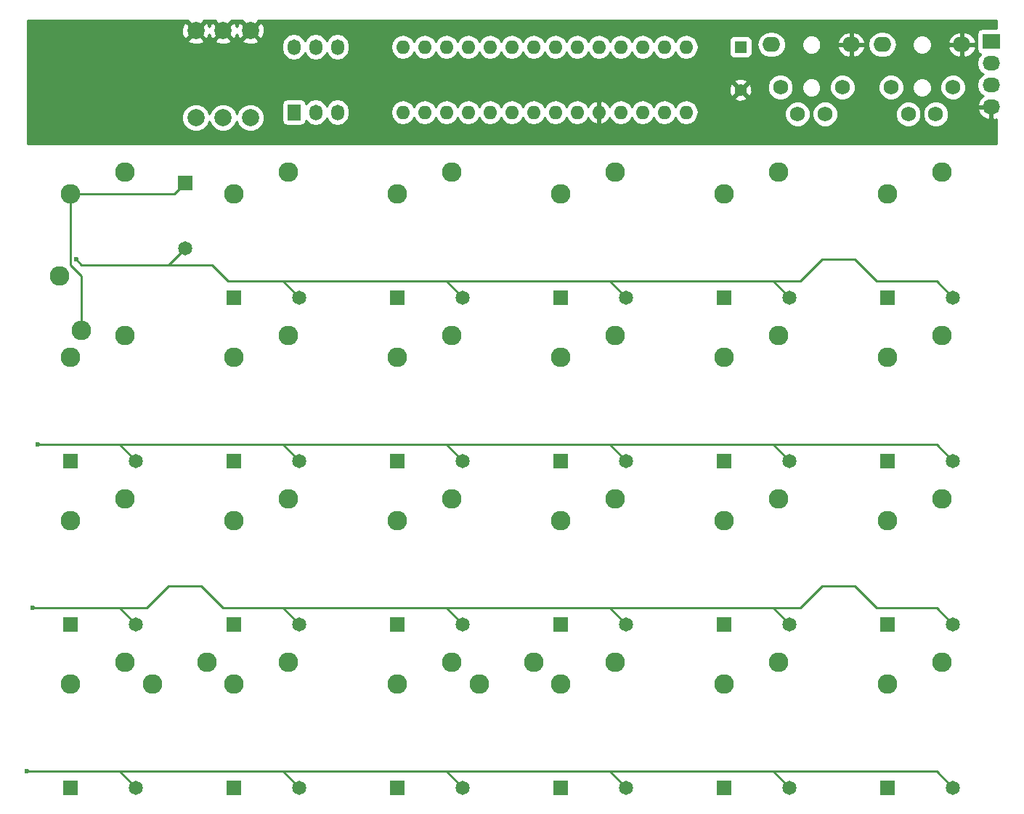
<source format=gbr>
G04 #@! TF.FileFunction,Copper,L2,Bot,Signal*
%FSLAX46Y46*%
G04 Gerber Fmt 4.6, Leading zero omitted, Abs format (unit mm)*
G04 Created by KiCad (PCBNEW 4.0.4-stable) date Tue Dec 20 19:00:27 2016*
%MOMM*%
%LPD*%
G01*
G04 APERTURE LIST*
%ADD10C,0.100000*%
%ADD11C,2.286000*%
%ADD12C,1.651000*%
%ADD13R,1.651000X1.651000*%
%ADD14O,1.600000X1.600000*%
%ADD15R,1.524000X1.824000*%
%ADD16O,1.524000X1.824000*%
%ADD17C,1.998980*%
%ADD18O,2.057400X1.752600*%
%ADD19C,1.752600*%
%ADD20R,1.400000X1.400000*%
%ADD21C,1.400000*%
%ADD22R,2.032000X1.727200*%
%ADD23O,2.032000X1.727200*%
%ADD24C,0.600000*%
%ADD25C,0.250000*%
%ADD26C,0.254000*%
G04 APERTURE END LIST*
D10*
D11*
X49530000Y-41910000D03*
X43180000Y-44450000D03*
X87630000Y-60960000D03*
X81280000Y-63500000D03*
X49530000Y-99060000D03*
X43180000Y-101600000D03*
X49530000Y-60960000D03*
X43180000Y-63500000D03*
D12*
X56515000Y-50825400D03*
D13*
X56515000Y-43205400D03*
D12*
X50800000Y-75565000D03*
D13*
X43180000Y-75565000D03*
D12*
X50800000Y-94615000D03*
D13*
X43180000Y-94615000D03*
D12*
X50800000Y-113665000D03*
D13*
X43180000Y-113665000D03*
D12*
X69850000Y-56515000D03*
D13*
X62230000Y-56515000D03*
D12*
X69850000Y-75565000D03*
D13*
X62230000Y-75565000D03*
D12*
X69850000Y-94615000D03*
D13*
X62230000Y-94615000D03*
D12*
X69850000Y-113665000D03*
D13*
X62230000Y-113665000D03*
D12*
X88900000Y-56515000D03*
D13*
X81280000Y-56515000D03*
D12*
X88900000Y-75565000D03*
D13*
X81280000Y-75565000D03*
D12*
X88900000Y-94615000D03*
D13*
X81280000Y-94615000D03*
D12*
X88900000Y-113665000D03*
D13*
X81280000Y-113665000D03*
D12*
X107950000Y-56515000D03*
D13*
X100330000Y-56515000D03*
D12*
X107950000Y-75565000D03*
D13*
X100330000Y-75565000D03*
D12*
X107950000Y-94615000D03*
D13*
X100330000Y-94615000D03*
D12*
X107950000Y-113665000D03*
D13*
X100330000Y-113665000D03*
D12*
X127000000Y-56515000D03*
D13*
X119380000Y-56515000D03*
D12*
X127000000Y-75565000D03*
D13*
X119380000Y-75565000D03*
D12*
X127000000Y-94615000D03*
D13*
X119380000Y-94615000D03*
D12*
X127000000Y-113665000D03*
D13*
X119380000Y-113665000D03*
D12*
X146050000Y-56515000D03*
D13*
X138430000Y-56515000D03*
D12*
X146050000Y-75565000D03*
D13*
X138430000Y-75565000D03*
D12*
X146050000Y-94615000D03*
D13*
X138430000Y-94615000D03*
D12*
X146050000Y-113665000D03*
D13*
X138430000Y-113665000D03*
D11*
X49530000Y-80010000D03*
X43180000Y-82550000D03*
X68580000Y-41910000D03*
X62230000Y-44450000D03*
X68580000Y-60960000D03*
X62230000Y-63500000D03*
X68580000Y-80010000D03*
X62230000Y-82550000D03*
X68580000Y-99060000D03*
X62230000Y-101600000D03*
X87630000Y-41910000D03*
X81280000Y-44450000D03*
X87630000Y-80010000D03*
X81280000Y-82550000D03*
X87630000Y-99060000D03*
X81280000Y-101600000D03*
X106680000Y-41910000D03*
X100330000Y-44450000D03*
X106680000Y-60960000D03*
X100330000Y-63500000D03*
X106680000Y-80010000D03*
X100330000Y-82550000D03*
X106680000Y-99060000D03*
X100330000Y-101600000D03*
X125730000Y-41910000D03*
X119380000Y-44450000D03*
X125730000Y-60960000D03*
X119380000Y-63500000D03*
X125730000Y-80010000D03*
X119380000Y-82550000D03*
X125730000Y-99060000D03*
X119380000Y-101600000D03*
X144780000Y-41910000D03*
X138430000Y-44450000D03*
X144780000Y-60960000D03*
X138430000Y-63500000D03*
X144780000Y-80010000D03*
X138430000Y-82550000D03*
X144780000Y-99060000D03*
X138430000Y-101600000D03*
D14*
X81915000Y-34925000D03*
X84455000Y-34925000D03*
X86995000Y-34925000D03*
X89535000Y-34925000D03*
X92075000Y-34925000D03*
X94615000Y-34925000D03*
X97155000Y-34925000D03*
X99695000Y-34925000D03*
X102235000Y-34925000D03*
X104775000Y-34925000D03*
X107315000Y-34925000D03*
X109855000Y-34925000D03*
X112395000Y-34925000D03*
X114935000Y-34925000D03*
X114935000Y-27305000D03*
X112395000Y-27305000D03*
X109855000Y-27305000D03*
X107315000Y-27305000D03*
X104775000Y-27305000D03*
X102235000Y-27305000D03*
X99695000Y-27305000D03*
X97155000Y-27305000D03*
X94615000Y-27305000D03*
X92075000Y-27305000D03*
X89535000Y-27305000D03*
X86995000Y-27305000D03*
X84455000Y-27305000D03*
X81915000Y-27305000D03*
D15*
X69215000Y-34925000D03*
D16*
X69215000Y-27305000D03*
X71755000Y-34925000D03*
X71755000Y-27305000D03*
X74295000Y-34925000D03*
X74295000Y-27305000D03*
D17*
X64135000Y-35560000D03*
X64135000Y-25400000D03*
X60960000Y-35560000D03*
X60960000Y-25400000D03*
X57785000Y-35560000D03*
X57785000Y-25400000D03*
D18*
X134188200Y-27025600D03*
D19*
X125933200Y-32029400D03*
X131140200Y-35128200D03*
D18*
X124891800Y-27025600D03*
D19*
X127939800Y-35128200D03*
X133146800Y-32029400D03*
D18*
X147091400Y-27025600D03*
D19*
X138836400Y-32029400D03*
X144043400Y-35128200D03*
D18*
X137795000Y-27025600D03*
D19*
X140843000Y-35128200D03*
X146050000Y-32029400D03*
D20*
X121285000Y-27305000D03*
D21*
X121285000Y-32305000D03*
D11*
X41910000Y-54000400D03*
X44450000Y-60350400D03*
X59055000Y-99085400D03*
X52705000Y-101625400D03*
X97155000Y-99085400D03*
X90805000Y-101625400D03*
D22*
X150495000Y-26670000D03*
D23*
X150495000Y-29210000D03*
X150495000Y-31750000D03*
X150495000Y-34290000D03*
D24*
X43815000Y-52095400D03*
X39370000Y-73660000D03*
X38735000Y-92710000D03*
X38100000Y-111760000D03*
D25*
X128270000Y-54610000D02*
X128295400Y-54610000D01*
X137160000Y-54635400D02*
X137160000Y-54610000D01*
X137134600Y-54610000D02*
X137160000Y-54635400D01*
X134620000Y-52095400D02*
X137134600Y-54610000D01*
X130810000Y-52095400D02*
X134620000Y-52095400D01*
X128295400Y-54610000D02*
X130810000Y-52095400D01*
X56515000Y-50825400D02*
X54610000Y-52730400D01*
X44450000Y-52730400D02*
X54610000Y-52730400D01*
X54610000Y-52730400D02*
X59690000Y-52730400D01*
X59690000Y-52730400D02*
X61569600Y-54610000D01*
X44450000Y-52730400D02*
X43815000Y-52095400D01*
X125095000Y-54610000D02*
X128270000Y-54610000D01*
X137160000Y-54610000D02*
X144145000Y-54610000D01*
X144145000Y-54610000D02*
X146050000Y-56515000D01*
X106045000Y-54610000D02*
X125095000Y-54610000D01*
X125095000Y-54610000D02*
X127000000Y-56515000D01*
X86995000Y-54610000D02*
X106045000Y-54610000D01*
X106045000Y-54610000D02*
X107950000Y-56515000D01*
X67945000Y-54610000D02*
X86995000Y-54610000D01*
X86995000Y-54610000D02*
X88900000Y-56515000D01*
X61569600Y-54610000D02*
X67945000Y-54610000D01*
X67945000Y-54610000D02*
X69850000Y-56515000D01*
X43180000Y-44450000D02*
X55270400Y-44450000D01*
X55270400Y-44450000D02*
X56515000Y-43205400D01*
X43180000Y-44450000D02*
X43180000Y-52730400D01*
X44450000Y-54000400D02*
X44450000Y-60350400D01*
X43180000Y-52730400D02*
X44450000Y-54000400D01*
X43205400Y-44475400D02*
X43180000Y-44450000D01*
X125095000Y-73660000D02*
X144145000Y-73660000D01*
X144145000Y-73660000D02*
X146050000Y-75565000D01*
X106045000Y-73660000D02*
X125095000Y-73660000D01*
X125095000Y-73660000D02*
X127000000Y-75565000D01*
X86995000Y-73660000D02*
X106045000Y-73660000D01*
X106045000Y-73660000D02*
X107950000Y-75565000D01*
X67945000Y-73660000D02*
X86995000Y-73660000D01*
X86995000Y-73660000D02*
X88900000Y-75565000D01*
X48895000Y-73660000D02*
X67945000Y-73660000D01*
X67945000Y-73660000D02*
X69850000Y-75565000D01*
X48895000Y-73660000D02*
X50800000Y-75565000D01*
X39370000Y-73660000D02*
X48895000Y-73660000D01*
X60960000Y-92735400D02*
X60960000Y-92710000D01*
X60934600Y-92710000D02*
X60960000Y-92735400D01*
X58420000Y-90195400D02*
X60934600Y-92710000D01*
X54610000Y-90195400D02*
X58420000Y-90195400D01*
X52095400Y-92710000D02*
X54610000Y-90195400D01*
X52070000Y-92710000D02*
X52095400Y-92710000D01*
X60960000Y-92710000D02*
X67945000Y-92710000D01*
X137160000Y-92735400D02*
X137160000Y-92710000D01*
X137134600Y-92710000D02*
X137160000Y-92735400D01*
X134620000Y-90195400D02*
X137134600Y-92710000D01*
X130810000Y-90195400D02*
X134620000Y-90195400D01*
X128295400Y-92710000D02*
X130810000Y-90195400D01*
X128270000Y-92710000D02*
X128295400Y-92710000D01*
X137160000Y-92710000D02*
X144145000Y-92710000D01*
X125095000Y-92710000D02*
X128270000Y-92710000D01*
X144145000Y-92710000D02*
X146050000Y-94615000D01*
X106045000Y-92710000D02*
X125095000Y-92710000D01*
X125095000Y-92710000D02*
X127000000Y-94615000D01*
X86995000Y-92710000D02*
X106045000Y-92710000D01*
X106045000Y-92710000D02*
X107950000Y-94615000D01*
X67945000Y-92710000D02*
X86995000Y-92710000D01*
X86995000Y-92710000D02*
X88900000Y-94615000D01*
X48895000Y-92710000D02*
X52070000Y-92710000D01*
X67945000Y-92710000D02*
X69850000Y-94615000D01*
X48895000Y-92710000D02*
X50800000Y-94615000D01*
X38735000Y-92710000D02*
X48895000Y-92710000D01*
X107950000Y-113665000D02*
X106045000Y-111760000D01*
X125095000Y-111760000D02*
X144145000Y-111760000D01*
X144145000Y-111760000D02*
X146050000Y-113665000D01*
X86995000Y-111760000D02*
X106045000Y-111760000D01*
X106045000Y-111760000D02*
X125095000Y-111760000D01*
X125095000Y-111760000D02*
X127000000Y-113665000D01*
X67945000Y-111760000D02*
X86995000Y-111760000D01*
X86995000Y-111760000D02*
X88900000Y-113665000D01*
X48895000Y-111760000D02*
X67945000Y-111760000D01*
X67945000Y-111760000D02*
X69850000Y-113665000D01*
X50800000Y-113665000D02*
X48895000Y-111760000D01*
X48895000Y-111760000D02*
X38100000Y-111760000D01*
D26*
G36*
X56812443Y-24247837D02*
X57785000Y-25220395D01*
X58757557Y-24247837D01*
X58741874Y-24205400D01*
X60003126Y-24205400D01*
X59987443Y-24247837D01*
X60960000Y-25220395D01*
X61932557Y-24247837D01*
X61916874Y-24205400D01*
X63178126Y-24205400D01*
X63162443Y-24247837D01*
X64135000Y-25220395D01*
X65107557Y-24247837D01*
X65091874Y-24205400D01*
X151080000Y-24205400D01*
X151080000Y-25158960D01*
X149479000Y-25158960D01*
X149243683Y-25203238D01*
X149027559Y-25342310D01*
X148882569Y-25554510D01*
X148831560Y-25806400D01*
X148831560Y-27533600D01*
X148875838Y-27768917D01*
X149014910Y-27985041D01*
X149227110Y-28130031D01*
X149268439Y-28138400D01*
X149250585Y-28150330D01*
X148925729Y-28636511D01*
X148811655Y-29210000D01*
X148925729Y-29783489D01*
X149250585Y-30269670D01*
X149565366Y-30480000D01*
X149250585Y-30690330D01*
X148925729Y-31176511D01*
X148811655Y-31750000D01*
X148925729Y-32323489D01*
X149250585Y-32809670D01*
X149560069Y-33016461D01*
X149144268Y-33387964D01*
X148890291Y-33915209D01*
X148887642Y-33930974D01*
X149008783Y-34163000D01*
X150368000Y-34163000D01*
X150368000Y-34143000D01*
X150622000Y-34143000D01*
X150622000Y-34163000D01*
X150642000Y-34163000D01*
X150642000Y-34417000D01*
X150622000Y-34417000D01*
X150622000Y-35630924D01*
X150856913Y-35775184D01*
X151080000Y-35697149D01*
X151080000Y-38608000D01*
X38150000Y-38608000D01*
X38150000Y-35883694D01*
X56150226Y-35883694D01*
X56398538Y-36484655D01*
X56857927Y-36944846D01*
X57458453Y-37194206D01*
X58108694Y-37194774D01*
X58709655Y-36946462D01*
X59169846Y-36487073D01*
X59372691Y-35998568D01*
X59573538Y-36484655D01*
X60032927Y-36944846D01*
X60633453Y-37194206D01*
X61283694Y-37194774D01*
X61884655Y-36946462D01*
X62344846Y-36487073D01*
X62547691Y-35998568D01*
X62748538Y-36484655D01*
X63207927Y-36944846D01*
X63808453Y-37194206D01*
X64458694Y-37194774D01*
X65059655Y-36946462D01*
X65519846Y-36487073D01*
X65769206Y-35886547D01*
X65769774Y-35236306D01*
X65521462Y-34635345D01*
X65062073Y-34175154D01*
X64671563Y-34013000D01*
X67805560Y-34013000D01*
X67805560Y-35837000D01*
X67849838Y-36072317D01*
X67988910Y-36288441D01*
X68201110Y-36433431D01*
X68453000Y-36484440D01*
X69977000Y-36484440D01*
X70212317Y-36440162D01*
X70428441Y-36301090D01*
X70573431Y-36088890D01*
X70617832Y-35869633D01*
X70767172Y-36093136D01*
X71220391Y-36395968D01*
X71755000Y-36502308D01*
X72289609Y-36395968D01*
X72742828Y-36093136D01*
X73025000Y-35670837D01*
X73307172Y-36093136D01*
X73760391Y-36395968D01*
X74295000Y-36502308D01*
X74829609Y-36395968D01*
X75282828Y-36093136D01*
X75585660Y-35639917D01*
X75692000Y-35105308D01*
X75692000Y-34896887D01*
X80480000Y-34896887D01*
X80480000Y-34953113D01*
X80589233Y-35502264D01*
X80900302Y-35967811D01*
X81365849Y-36278880D01*
X81915000Y-36388113D01*
X82464151Y-36278880D01*
X82929698Y-35967811D01*
X83185000Y-35585725D01*
X83440302Y-35967811D01*
X83905849Y-36278880D01*
X84455000Y-36388113D01*
X85004151Y-36278880D01*
X85469698Y-35967811D01*
X85725000Y-35585725D01*
X85980302Y-35967811D01*
X86445849Y-36278880D01*
X86995000Y-36388113D01*
X87544151Y-36278880D01*
X88009698Y-35967811D01*
X88265000Y-35585725D01*
X88520302Y-35967811D01*
X88985849Y-36278880D01*
X89535000Y-36388113D01*
X90084151Y-36278880D01*
X90549698Y-35967811D01*
X90805000Y-35585725D01*
X91060302Y-35967811D01*
X91525849Y-36278880D01*
X92075000Y-36388113D01*
X92624151Y-36278880D01*
X93089698Y-35967811D01*
X93345000Y-35585725D01*
X93600302Y-35967811D01*
X94065849Y-36278880D01*
X94615000Y-36388113D01*
X95164151Y-36278880D01*
X95629698Y-35967811D01*
X95885000Y-35585725D01*
X96140302Y-35967811D01*
X96605849Y-36278880D01*
X97155000Y-36388113D01*
X97704151Y-36278880D01*
X98169698Y-35967811D01*
X98425000Y-35585725D01*
X98680302Y-35967811D01*
X99145849Y-36278880D01*
X99695000Y-36388113D01*
X100244151Y-36278880D01*
X100709698Y-35967811D01*
X100965000Y-35585725D01*
X101220302Y-35967811D01*
X101685849Y-36278880D01*
X102235000Y-36388113D01*
X102784151Y-36278880D01*
X103249698Y-35967811D01*
X103519986Y-35563297D01*
X103622611Y-35780134D01*
X104037577Y-36156041D01*
X104425961Y-36316904D01*
X104648000Y-36194915D01*
X104648000Y-35052000D01*
X104628000Y-35052000D01*
X104628000Y-34798000D01*
X104648000Y-34798000D01*
X104648000Y-33655085D01*
X104902000Y-33655085D01*
X104902000Y-34798000D01*
X104922000Y-34798000D01*
X104922000Y-35052000D01*
X104902000Y-35052000D01*
X104902000Y-36194915D01*
X105124039Y-36316904D01*
X105512423Y-36156041D01*
X105927389Y-35780134D01*
X106030014Y-35563297D01*
X106300302Y-35967811D01*
X106765849Y-36278880D01*
X107315000Y-36388113D01*
X107864151Y-36278880D01*
X108329698Y-35967811D01*
X108585000Y-35585725D01*
X108840302Y-35967811D01*
X109305849Y-36278880D01*
X109855000Y-36388113D01*
X110404151Y-36278880D01*
X110869698Y-35967811D01*
X111125000Y-35585725D01*
X111380302Y-35967811D01*
X111845849Y-36278880D01*
X112395000Y-36388113D01*
X112944151Y-36278880D01*
X113409698Y-35967811D01*
X113665000Y-35585725D01*
X113920302Y-35967811D01*
X114385849Y-36278880D01*
X114935000Y-36388113D01*
X115484151Y-36278880D01*
X115949698Y-35967811D01*
X116260767Y-35502264D01*
X116275639Y-35427497D01*
X126428238Y-35427497D01*
X126657835Y-35983164D01*
X127082600Y-36408671D01*
X127637865Y-36639237D01*
X128239097Y-36639762D01*
X128794764Y-36410165D01*
X129220271Y-35985400D01*
X129450837Y-35430135D01*
X129450839Y-35427497D01*
X129628638Y-35427497D01*
X129858235Y-35983164D01*
X130283000Y-36408671D01*
X130838265Y-36639237D01*
X131439497Y-36639762D01*
X131995164Y-36410165D01*
X132420671Y-35985400D01*
X132651237Y-35430135D01*
X132651239Y-35427497D01*
X139331438Y-35427497D01*
X139561035Y-35983164D01*
X139985800Y-36408671D01*
X140541065Y-36639237D01*
X141142297Y-36639762D01*
X141697964Y-36410165D01*
X142123471Y-35985400D01*
X142354037Y-35430135D01*
X142354039Y-35427497D01*
X142531838Y-35427497D01*
X142761435Y-35983164D01*
X143186200Y-36408671D01*
X143741465Y-36639237D01*
X144342697Y-36639762D01*
X144898364Y-36410165D01*
X145323871Y-35985400D01*
X145554437Y-35430135D01*
X145554962Y-34828903D01*
X145480639Y-34649026D01*
X148887642Y-34649026D01*
X148890291Y-34664791D01*
X149144268Y-35192036D01*
X149580680Y-35581954D01*
X150133087Y-35775184D01*
X150368000Y-35630924D01*
X150368000Y-34417000D01*
X149008783Y-34417000D01*
X148887642Y-34649026D01*
X145480639Y-34649026D01*
X145325365Y-34273236D01*
X144900600Y-33847729D01*
X144345335Y-33617163D01*
X143744103Y-33616638D01*
X143188436Y-33846235D01*
X142762929Y-34271000D01*
X142532363Y-34826265D01*
X142531838Y-35427497D01*
X142354039Y-35427497D01*
X142354562Y-34828903D01*
X142124965Y-34273236D01*
X141700200Y-33847729D01*
X141144935Y-33617163D01*
X140543703Y-33616638D01*
X139988036Y-33846235D01*
X139562529Y-34271000D01*
X139331963Y-34826265D01*
X139331438Y-35427497D01*
X132651239Y-35427497D01*
X132651762Y-34828903D01*
X132422165Y-34273236D01*
X131997400Y-33847729D01*
X131442135Y-33617163D01*
X130840903Y-33616638D01*
X130285236Y-33846235D01*
X129859729Y-34271000D01*
X129629163Y-34826265D01*
X129628638Y-35427497D01*
X129450839Y-35427497D01*
X129451362Y-34828903D01*
X129221765Y-34273236D01*
X128797000Y-33847729D01*
X128241735Y-33617163D01*
X127640503Y-33616638D01*
X127084836Y-33846235D01*
X126659329Y-34271000D01*
X126428763Y-34826265D01*
X126428238Y-35427497D01*
X116275639Y-35427497D01*
X116370000Y-34953113D01*
X116370000Y-34896887D01*
X116260767Y-34347736D01*
X115949698Y-33882189D01*
X115484151Y-33571120D01*
X114935000Y-33461887D01*
X114385849Y-33571120D01*
X113920302Y-33882189D01*
X113665000Y-34264275D01*
X113409698Y-33882189D01*
X112944151Y-33571120D01*
X112395000Y-33461887D01*
X111845849Y-33571120D01*
X111380302Y-33882189D01*
X111125000Y-34264275D01*
X110869698Y-33882189D01*
X110404151Y-33571120D01*
X109855000Y-33461887D01*
X109305849Y-33571120D01*
X108840302Y-33882189D01*
X108585000Y-34264275D01*
X108329698Y-33882189D01*
X107864151Y-33571120D01*
X107315000Y-33461887D01*
X106765849Y-33571120D01*
X106300302Y-33882189D01*
X106030014Y-34286703D01*
X105927389Y-34069866D01*
X105512423Y-33693959D01*
X105124039Y-33533096D01*
X104902000Y-33655085D01*
X104648000Y-33655085D01*
X104425961Y-33533096D01*
X104037577Y-33693959D01*
X103622611Y-34069866D01*
X103519986Y-34286703D01*
X103249698Y-33882189D01*
X102784151Y-33571120D01*
X102235000Y-33461887D01*
X101685849Y-33571120D01*
X101220302Y-33882189D01*
X100965000Y-34264275D01*
X100709698Y-33882189D01*
X100244151Y-33571120D01*
X99695000Y-33461887D01*
X99145849Y-33571120D01*
X98680302Y-33882189D01*
X98425000Y-34264275D01*
X98169698Y-33882189D01*
X97704151Y-33571120D01*
X97155000Y-33461887D01*
X96605849Y-33571120D01*
X96140302Y-33882189D01*
X95885000Y-34264275D01*
X95629698Y-33882189D01*
X95164151Y-33571120D01*
X94615000Y-33461887D01*
X94065849Y-33571120D01*
X93600302Y-33882189D01*
X93345000Y-34264275D01*
X93089698Y-33882189D01*
X92624151Y-33571120D01*
X92075000Y-33461887D01*
X91525849Y-33571120D01*
X91060302Y-33882189D01*
X90805000Y-34264275D01*
X90549698Y-33882189D01*
X90084151Y-33571120D01*
X89535000Y-33461887D01*
X88985849Y-33571120D01*
X88520302Y-33882189D01*
X88265000Y-34264275D01*
X88009698Y-33882189D01*
X87544151Y-33571120D01*
X86995000Y-33461887D01*
X86445849Y-33571120D01*
X85980302Y-33882189D01*
X85725000Y-34264275D01*
X85469698Y-33882189D01*
X85004151Y-33571120D01*
X84455000Y-33461887D01*
X83905849Y-33571120D01*
X83440302Y-33882189D01*
X83185000Y-34264275D01*
X82929698Y-33882189D01*
X82464151Y-33571120D01*
X81915000Y-33461887D01*
X81365849Y-33571120D01*
X80900302Y-33882189D01*
X80589233Y-34347736D01*
X80480000Y-34896887D01*
X75692000Y-34896887D01*
X75692000Y-34744692D01*
X75585660Y-34210083D01*
X75282828Y-33756864D01*
X74829609Y-33454032D01*
X74295000Y-33347692D01*
X73760391Y-33454032D01*
X73307172Y-33756864D01*
X73025000Y-34179163D01*
X72742828Y-33756864D01*
X72289609Y-33454032D01*
X71755000Y-33347692D01*
X71220391Y-33454032D01*
X70767172Y-33756864D01*
X70618197Y-33979821D01*
X70580162Y-33777683D01*
X70441090Y-33561559D01*
X70228890Y-33416569D01*
X69977000Y-33365560D01*
X68453000Y-33365560D01*
X68217683Y-33409838D01*
X68001559Y-33548910D01*
X67856569Y-33761110D01*
X67805560Y-34013000D01*
X64671563Y-34013000D01*
X64461547Y-33925794D01*
X63811306Y-33925226D01*
X63210345Y-34173538D01*
X62750154Y-34632927D01*
X62547309Y-35121432D01*
X62346462Y-34635345D01*
X61887073Y-34175154D01*
X61286547Y-33925794D01*
X60636306Y-33925226D01*
X60035345Y-34173538D01*
X59575154Y-34632927D01*
X59372309Y-35121432D01*
X59171462Y-34635345D01*
X58712073Y-34175154D01*
X58111547Y-33925794D01*
X57461306Y-33925226D01*
X56860345Y-34173538D01*
X56400154Y-34632927D01*
X56150794Y-35233453D01*
X56150226Y-35883694D01*
X38150000Y-35883694D01*
X38150000Y-33240275D01*
X120529331Y-33240275D01*
X120591169Y-33476042D01*
X121092122Y-33652419D01*
X121622440Y-33623664D01*
X121978831Y-33476042D01*
X122040669Y-33240275D01*
X121285000Y-32484605D01*
X120529331Y-33240275D01*
X38150000Y-33240275D01*
X38150000Y-32112122D01*
X119937581Y-32112122D01*
X119966336Y-32642440D01*
X120113958Y-32998831D01*
X120349725Y-33060669D01*
X121105395Y-32305000D01*
X121464605Y-32305000D01*
X122220275Y-33060669D01*
X122456042Y-32998831D01*
X122632419Y-32497878D01*
X122623246Y-32328697D01*
X124421638Y-32328697D01*
X124651235Y-32884364D01*
X125076000Y-33309871D01*
X125631265Y-33540437D01*
X126232497Y-33540962D01*
X126788164Y-33311365D01*
X127213671Y-32886600D01*
X127444237Y-32331335D01*
X127444305Y-32253244D01*
X128409504Y-32253244D01*
X128581219Y-32668827D01*
X128898900Y-32987063D01*
X129314183Y-33159503D01*
X129763844Y-33159896D01*
X130179427Y-32988181D01*
X130497663Y-32670500D01*
X130639591Y-32328697D01*
X131635238Y-32328697D01*
X131864835Y-32884364D01*
X132289600Y-33309871D01*
X132844865Y-33540437D01*
X133446097Y-33540962D01*
X134001764Y-33311365D01*
X134427271Y-32886600D01*
X134657837Y-32331335D01*
X134657839Y-32328697D01*
X137324838Y-32328697D01*
X137554435Y-32884364D01*
X137979200Y-33309871D01*
X138534465Y-33540437D01*
X139135697Y-33540962D01*
X139691364Y-33311365D01*
X140116871Y-32886600D01*
X140347437Y-32331335D01*
X140347505Y-32253244D01*
X141312704Y-32253244D01*
X141484419Y-32668827D01*
X141802100Y-32987063D01*
X142217383Y-33159503D01*
X142667044Y-33159896D01*
X143082627Y-32988181D01*
X143400863Y-32670500D01*
X143542791Y-32328697D01*
X144538438Y-32328697D01*
X144768035Y-32884364D01*
X145192800Y-33309871D01*
X145748065Y-33540437D01*
X146349297Y-33540962D01*
X146904964Y-33311365D01*
X147330471Y-32886600D01*
X147561037Y-32331335D01*
X147561562Y-31730103D01*
X147331965Y-31174436D01*
X146907200Y-30748929D01*
X146351935Y-30518363D01*
X145750703Y-30517838D01*
X145195036Y-30747435D01*
X144769529Y-31172200D01*
X144538963Y-31727465D01*
X144538438Y-32328697D01*
X143542791Y-32328697D01*
X143573303Y-32255217D01*
X143573696Y-31805556D01*
X143401981Y-31389973D01*
X143084300Y-31071737D01*
X142669017Y-30899297D01*
X142219356Y-30898904D01*
X141803773Y-31070619D01*
X141485537Y-31388300D01*
X141313097Y-31803583D01*
X141312704Y-32253244D01*
X140347505Y-32253244D01*
X140347962Y-31730103D01*
X140118365Y-31174436D01*
X139693600Y-30748929D01*
X139138335Y-30518363D01*
X138537103Y-30517838D01*
X137981436Y-30747435D01*
X137555929Y-31172200D01*
X137325363Y-31727465D01*
X137324838Y-32328697D01*
X134657839Y-32328697D01*
X134658362Y-31730103D01*
X134428765Y-31174436D01*
X134004000Y-30748929D01*
X133448735Y-30518363D01*
X132847503Y-30517838D01*
X132291836Y-30747435D01*
X131866329Y-31172200D01*
X131635763Y-31727465D01*
X131635238Y-32328697D01*
X130639591Y-32328697D01*
X130670103Y-32255217D01*
X130670496Y-31805556D01*
X130498781Y-31389973D01*
X130181100Y-31071737D01*
X129765817Y-30899297D01*
X129316156Y-30898904D01*
X128900573Y-31070619D01*
X128582337Y-31388300D01*
X128409897Y-31803583D01*
X128409504Y-32253244D01*
X127444305Y-32253244D01*
X127444762Y-31730103D01*
X127215165Y-31174436D01*
X126790400Y-30748929D01*
X126235135Y-30518363D01*
X125633903Y-30517838D01*
X125078236Y-30747435D01*
X124652729Y-31172200D01*
X124422163Y-31727465D01*
X124421638Y-32328697D01*
X122623246Y-32328697D01*
X122603664Y-31967560D01*
X122456042Y-31611169D01*
X122220275Y-31549331D01*
X121464605Y-32305000D01*
X121105395Y-32305000D01*
X120349725Y-31549331D01*
X120113958Y-31611169D01*
X119937581Y-32112122D01*
X38150000Y-32112122D01*
X38150000Y-31369725D01*
X120529331Y-31369725D01*
X121285000Y-32125395D01*
X122040669Y-31369725D01*
X121978831Y-31133958D01*
X121477878Y-30957581D01*
X120947560Y-30986336D01*
X120591169Y-31133958D01*
X120529331Y-31369725D01*
X38150000Y-31369725D01*
X38150000Y-27124692D01*
X67818000Y-27124692D01*
X67818000Y-27485308D01*
X67924340Y-28019917D01*
X68227172Y-28473136D01*
X68680391Y-28775968D01*
X69215000Y-28882308D01*
X69749609Y-28775968D01*
X70202828Y-28473136D01*
X70485000Y-28050837D01*
X70767172Y-28473136D01*
X71220391Y-28775968D01*
X71755000Y-28882308D01*
X72289609Y-28775968D01*
X72742828Y-28473136D01*
X73025000Y-28050837D01*
X73307172Y-28473136D01*
X73760391Y-28775968D01*
X74295000Y-28882308D01*
X74829609Y-28775968D01*
X75282828Y-28473136D01*
X75585660Y-28019917D01*
X75692000Y-27485308D01*
X75692000Y-27276887D01*
X80480000Y-27276887D01*
X80480000Y-27333113D01*
X80589233Y-27882264D01*
X80900302Y-28347811D01*
X81365849Y-28658880D01*
X81915000Y-28768113D01*
X82464151Y-28658880D01*
X82929698Y-28347811D01*
X83185000Y-27965725D01*
X83440302Y-28347811D01*
X83905849Y-28658880D01*
X84455000Y-28768113D01*
X85004151Y-28658880D01*
X85469698Y-28347811D01*
X85725000Y-27965725D01*
X85980302Y-28347811D01*
X86445849Y-28658880D01*
X86995000Y-28768113D01*
X87544151Y-28658880D01*
X88009698Y-28347811D01*
X88265000Y-27965725D01*
X88520302Y-28347811D01*
X88985849Y-28658880D01*
X89535000Y-28768113D01*
X90084151Y-28658880D01*
X90549698Y-28347811D01*
X90805000Y-27965725D01*
X91060302Y-28347811D01*
X91525849Y-28658880D01*
X92075000Y-28768113D01*
X92624151Y-28658880D01*
X93089698Y-28347811D01*
X93345000Y-27965725D01*
X93600302Y-28347811D01*
X94065849Y-28658880D01*
X94615000Y-28768113D01*
X95164151Y-28658880D01*
X95629698Y-28347811D01*
X95885000Y-27965725D01*
X96140302Y-28347811D01*
X96605849Y-28658880D01*
X97155000Y-28768113D01*
X97704151Y-28658880D01*
X98169698Y-28347811D01*
X98425000Y-27965725D01*
X98680302Y-28347811D01*
X99145849Y-28658880D01*
X99695000Y-28768113D01*
X100244151Y-28658880D01*
X100709698Y-28347811D01*
X100965000Y-27965725D01*
X101220302Y-28347811D01*
X101685849Y-28658880D01*
X102235000Y-28768113D01*
X102784151Y-28658880D01*
X103249698Y-28347811D01*
X103505000Y-27965725D01*
X103760302Y-28347811D01*
X104225849Y-28658880D01*
X104775000Y-28768113D01*
X105324151Y-28658880D01*
X105789698Y-28347811D01*
X106045000Y-27965725D01*
X106300302Y-28347811D01*
X106765849Y-28658880D01*
X107315000Y-28768113D01*
X107864151Y-28658880D01*
X108329698Y-28347811D01*
X108585000Y-27965725D01*
X108840302Y-28347811D01*
X109305849Y-28658880D01*
X109855000Y-28768113D01*
X110404151Y-28658880D01*
X110869698Y-28347811D01*
X111125000Y-27965725D01*
X111380302Y-28347811D01*
X111845849Y-28658880D01*
X112395000Y-28768113D01*
X112944151Y-28658880D01*
X113409698Y-28347811D01*
X113665000Y-27965725D01*
X113920302Y-28347811D01*
X114385849Y-28658880D01*
X114935000Y-28768113D01*
X115484151Y-28658880D01*
X115949698Y-28347811D01*
X116260767Y-27882264D01*
X116370000Y-27333113D01*
X116370000Y-27276887D01*
X116260767Y-26727736D01*
X116178758Y-26605000D01*
X119937560Y-26605000D01*
X119937560Y-28005000D01*
X119981838Y-28240317D01*
X120120910Y-28456441D01*
X120333110Y-28601431D01*
X120585000Y-28652440D01*
X121985000Y-28652440D01*
X122220317Y-28608162D01*
X122436441Y-28469090D01*
X122581431Y-28256890D01*
X122632440Y-28005000D01*
X122632440Y-27025600D01*
X123195506Y-27025600D01*
X123310547Y-27603949D01*
X123638156Y-28094250D01*
X124128457Y-28421859D01*
X124706806Y-28536900D01*
X125076794Y-28536900D01*
X125655143Y-28421859D01*
X126145444Y-28094250D01*
X126473053Y-27603949D01*
X126543568Y-27249444D01*
X128409504Y-27249444D01*
X128581219Y-27665027D01*
X128898900Y-27983263D01*
X129314183Y-28155703D01*
X129763844Y-28156096D01*
X130179427Y-27984381D01*
X130497663Y-27666700D01*
X130613961Y-27386620D01*
X132568254Y-27386620D01*
X132571151Y-27403353D01*
X132827200Y-27935095D01*
X133267248Y-28328375D01*
X133824301Y-28523319D01*
X134061200Y-28379215D01*
X134061200Y-27152600D01*
X134315200Y-27152600D01*
X134315200Y-28379215D01*
X134552099Y-28523319D01*
X135109152Y-28328375D01*
X135549200Y-27935095D01*
X135805249Y-27403353D01*
X135808146Y-27386620D01*
X135687174Y-27152600D01*
X134315200Y-27152600D01*
X134061200Y-27152600D01*
X132689226Y-27152600D01*
X132568254Y-27386620D01*
X130613961Y-27386620D01*
X130670103Y-27251417D01*
X130670300Y-27025600D01*
X136098706Y-27025600D01*
X136213747Y-27603949D01*
X136541356Y-28094250D01*
X137031657Y-28421859D01*
X137610006Y-28536900D01*
X137979994Y-28536900D01*
X138558343Y-28421859D01*
X139048644Y-28094250D01*
X139376253Y-27603949D01*
X139446768Y-27249444D01*
X141312704Y-27249444D01*
X141484419Y-27665027D01*
X141802100Y-27983263D01*
X142217383Y-28155703D01*
X142667044Y-28156096D01*
X143082627Y-27984381D01*
X143400863Y-27666700D01*
X143517161Y-27386620D01*
X145471454Y-27386620D01*
X145474351Y-27403353D01*
X145730400Y-27935095D01*
X146170448Y-28328375D01*
X146727501Y-28523319D01*
X146964400Y-28379215D01*
X146964400Y-27152600D01*
X147218400Y-27152600D01*
X147218400Y-28379215D01*
X147455299Y-28523319D01*
X148012352Y-28328375D01*
X148452400Y-27935095D01*
X148708449Y-27403353D01*
X148711346Y-27386620D01*
X148590374Y-27152600D01*
X147218400Y-27152600D01*
X146964400Y-27152600D01*
X145592426Y-27152600D01*
X145471454Y-27386620D01*
X143517161Y-27386620D01*
X143573303Y-27251417D01*
X143573696Y-26801756D01*
X143517017Y-26664580D01*
X145471454Y-26664580D01*
X145592426Y-26898600D01*
X146964400Y-26898600D01*
X146964400Y-25671985D01*
X147218400Y-25671985D01*
X147218400Y-26898600D01*
X148590374Y-26898600D01*
X148711346Y-26664580D01*
X148708449Y-26647847D01*
X148452400Y-26116105D01*
X148012352Y-25722825D01*
X147455299Y-25527881D01*
X147218400Y-25671985D01*
X146964400Y-25671985D01*
X146727501Y-25527881D01*
X146170448Y-25722825D01*
X145730400Y-26116105D01*
X145474351Y-26647847D01*
X145471454Y-26664580D01*
X143517017Y-26664580D01*
X143401981Y-26386173D01*
X143084300Y-26067937D01*
X142669017Y-25895497D01*
X142219356Y-25895104D01*
X141803773Y-26066819D01*
X141485537Y-26384500D01*
X141313097Y-26799783D01*
X141312704Y-27249444D01*
X139446768Y-27249444D01*
X139491294Y-27025600D01*
X139376253Y-26447251D01*
X139048644Y-25956950D01*
X138558343Y-25629341D01*
X137979994Y-25514300D01*
X137610006Y-25514300D01*
X137031657Y-25629341D01*
X136541356Y-25956950D01*
X136213747Y-26447251D01*
X136098706Y-27025600D01*
X130670300Y-27025600D01*
X130670496Y-26801756D01*
X130613817Y-26664580D01*
X132568254Y-26664580D01*
X132689226Y-26898600D01*
X134061200Y-26898600D01*
X134061200Y-25671985D01*
X134315200Y-25671985D01*
X134315200Y-26898600D01*
X135687174Y-26898600D01*
X135808146Y-26664580D01*
X135805249Y-26647847D01*
X135549200Y-26116105D01*
X135109152Y-25722825D01*
X134552099Y-25527881D01*
X134315200Y-25671985D01*
X134061200Y-25671985D01*
X133824301Y-25527881D01*
X133267248Y-25722825D01*
X132827200Y-26116105D01*
X132571151Y-26647847D01*
X132568254Y-26664580D01*
X130613817Y-26664580D01*
X130498781Y-26386173D01*
X130181100Y-26067937D01*
X129765817Y-25895497D01*
X129316156Y-25895104D01*
X128900573Y-26066819D01*
X128582337Y-26384500D01*
X128409897Y-26799783D01*
X128409504Y-27249444D01*
X126543568Y-27249444D01*
X126588094Y-27025600D01*
X126473053Y-26447251D01*
X126145444Y-25956950D01*
X125655143Y-25629341D01*
X125076794Y-25514300D01*
X124706806Y-25514300D01*
X124128457Y-25629341D01*
X123638156Y-25956950D01*
X123310547Y-26447251D01*
X123195506Y-27025600D01*
X122632440Y-27025600D01*
X122632440Y-26605000D01*
X122588162Y-26369683D01*
X122449090Y-26153559D01*
X122236890Y-26008569D01*
X121985000Y-25957560D01*
X120585000Y-25957560D01*
X120349683Y-26001838D01*
X120133559Y-26140910D01*
X119988569Y-26353110D01*
X119937560Y-26605000D01*
X116178758Y-26605000D01*
X115949698Y-26262189D01*
X115484151Y-25951120D01*
X114935000Y-25841887D01*
X114385849Y-25951120D01*
X113920302Y-26262189D01*
X113665000Y-26644275D01*
X113409698Y-26262189D01*
X112944151Y-25951120D01*
X112395000Y-25841887D01*
X111845849Y-25951120D01*
X111380302Y-26262189D01*
X111125000Y-26644275D01*
X110869698Y-26262189D01*
X110404151Y-25951120D01*
X109855000Y-25841887D01*
X109305849Y-25951120D01*
X108840302Y-26262189D01*
X108585000Y-26644275D01*
X108329698Y-26262189D01*
X107864151Y-25951120D01*
X107315000Y-25841887D01*
X106765849Y-25951120D01*
X106300302Y-26262189D01*
X106045000Y-26644275D01*
X105789698Y-26262189D01*
X105324151Y-25951120D01*
X104775000Y-25841887D01*
X104225849Y-25951120D01*
X103760302Y-26262189D01*
X103505000Y-26644275D01*
X103249698Y-26262189D01*
X102784151Y-25951120D01*
X102235000Y-25841887D01*
X101685849Y-25951120D01*
X101220302Y-26262189D01*
X100965000Y-26644275D01*
X100709698Y-26262189D01*
X100244151Y-25951120D01*
X99695000Y-25841887D01*
X99145849Y-25951120D01*
X98680302Y-26262189D01*
X98425000Y-26644275D01*
X98169698Y-26262189D01*
X97704151Y-25951120D01*
X97155000Y-25841887D01*
X96605849Y-25951120D01*
X96140302Y-26262189D01*
X95885000Y-26644275D01*
X95629698Y-26262189D01*
X95164151Y-25951120D01*
X94615000Y-25841887D01*
X94065849Y-25951120D01*
X93600302Y-26262189D01*
X93345000Y-26644275D01*
X93089698Y-26262189D01*
X92624151Y-25951120D01*
X92075000Y-25841887D01*
X91525849Y-25951120D01*
X91060302Y-26262189D01*
X90805000Y-26644275D01*
X90549698Y-26262189D01*
X90084151Y-25951120D01*
X89535000Y-25841887D01*
X88985849Y-25951120D01*
X88520302Y-26262189D01*
X88265000Y-26644275D01*
X88009698Y-26262189D01*
X87544151Y-25951120D01*
X86995000Y-25841887D01*
X86445849Y-25951120D01*
X85980302Y-26262189D01*
X85725000Y-26644275D01*
X85469698Y-26262189D01*
X85004151Y-25951120D01*
X84455000Y-25841887D01*
X83905849Y-25951120D01*
X83440302Y-26262189D01*
X83185000Y-26644275D01*
X82929698Y-26262189D01*
X82464151Y-25951120D01*
X81915000Y-25841887D01*
X81365849Y-25951120D01*
X80900302Y-26262189D01*
X80589233Y-26727736D01*
X80480000Y-27276887D01*
X75692000Y-27276887D01*
X75692000Y-27124692D01*
X75585660Y-26590083D01*
X75282828Y-26136864D01*
X74829609Y-25834032D01*
X74295000Y-25727692D01*
X73760391Y-25834032D01*
X73307172Y-26136864D01*
X73025000Y-26559163D01*
X72742828Y-26136864D01*
X72289609Y-25834032D01*
X71755000Y-25727692D01*
X71220391Y-25834032D01*
X70767172Y-26136864D01*
X70485000Y-26559163D01*
X70202828Y-26136864D01*
X69749609Y-25834032D01*
X69215000Y-25727692D01*
X68680391Y-25834032D01*
X68227172Y-26136864D01*
X67924340Y-26590083D01*
X67818000Y-27124692D01*
X38150000Y-27124692D01*
X38150000Y-26552163D01*
X56812443Y-26552163D01*
X56911042Y-26818965D01*
X57520582Y-27045401D01*
X58170377Y-27021341D01*
X58658958Y-26818965D01*
X58757557Y-26552163D01*
X59987443Y-26552163D01*
X60086042Y-26818965D01*
X60695582Y-27045401D01*
X61345377Y-27021341D01*
X61833958Y-26818965D01*
X61932557Y-26552163D01*
X63162443Y-26552163D01*
X63261042Y-26818965D01*
X63870582Y-27045401D01*
X64520377Y-27021341D01*
X65008958Y-26818965D01*
X65107557Y-26552163D01*
X64135000Y-25579605D01*
X63162443Y-26552163D01*
X61932557Y-26552163D01*
X60960000Y-25579605D01*
X59987443Y-26552163D01*
X58757557Y-26552163D01*
X57785000Y-25579605D01*
X56812443Y-26552163D01*
X38150000Y-26552163D01*
X38150000Y-25135582D01*
X56139599Y-25135582D01*
X56163659Y-25785377D01*
X56366035Y-26273958D01*
X56632837Y-26372557D01*
X57605395Y-25400000D01*
X57964605Y-25400000D01*
X58937163Y-26372557D01*
X59203965Y-26273958D01*
X59363335Y-25844951D01*
X59541035Y-26273958D01*
X59807837Y-26372557D01*
X60780395Y-25400000D01*
X61139605Y-25400000D01*
X62112163Y-26372557D01*
X62378965Y-26273958D01*
X62538335Y-25844951D01*
X62716035Y-26273958D01*
X62982837Y-26372557D01*
X63955395Y-25400000D01*
X64314605Y-25400000D01*
X65287163Y-26372557D01*
X65553965Y-26273958D01*
X65780401Y-25664418D01*
X65756341Y-25014623D01*
X65553965Y-24526042D01*
X65287163Y-24427443D01*
X64314605Y-25400000D01*
X63955395Y-25400000D01*
X62982837Y-24427443D01*
X62716035Y-24526042D01*
X62556665Y-24955049D01*
X62378965Y-24526042D01*
X62112163Y-24427443D01*
X61139605Y-25400000D01*
X60780395Y-25400000D01*
X59807837Y-24427443D01*
X59541035Y-24526042D01*
X59381665Y-24955049D01*
X59203965Y-24526042D01*
X58937163Y-24427443D01*
X57964605Y-25400000D01*
X57605395Y-25400000D01*
X56632837Y-24427443D01*
X56366035Y-24526042D01*
X56139599Y-25135582D01*
X38150000Y-25135582D01*
X38150000Y-24205400D01*
X56828126Y-24205400D01*
X56812443Y-24247837D01*
X56812443Y-24247837D01*
G37*
X56812443Y-24247837D02*
X57785000Y-25220395D01*
X58757557Y-24247837D01*
X58741874Y-24205400D01*
X60003126Y-24205400D01*
X59987443Y-24247837D01*
X60960000Y-25220395D01*
X61932557Y-24247837D01*
X61916874Y-24205400D01*
X63178126Y-24205400D01*
X63162443Y-24247837D01*
X64135000Y-25220395D01*
X65107557Y-24247837D01*
X65091874Y-24205400D01*
X151080000Y-24205400D01*
X151080000Y-25158960D01*
X149479000Y-25158960D01*
X149243683Y-25203238D01*
X149027559Y-25342310D01*
X148882569Y-25554510D01*
X148831560Y-25806400D01*
X148831560Y-27533600D01*
X148875838Y-27768917D01*
X149014910Y-27985041D01*
X149227110Y-28130031D01*
X149268439Y-28138400D01*
X149250585Y-28150330D01*
X148925729Y-28636511D01*
X148811655Y-29210000D01*
X148925729Y-29783489D01*
X149250585Y-30269670D01*
X149565366Y-30480000D01*
X149250585Y-30690330D01*
X148925729Y-31176511D01*
X148811655Y-31750000D01*
X148925729Y-32323489D01*
X149250585Y-32809670D01*
X149560069Y-33016461D01*
X149144268Y-33387964D01*
X148890291Y-33915209D01*
X148887642Y-33930974D01*
X149008783Y-34163000D01*
X150368000Y-34163000D01*
X150368000Y-34143000D01*
X150622000Y-34143000D01*
X150622000Y-34163000D01*
X150642000Y-34163000D01*
X150642000Y-34417000D01*
X150622000Y-34417000D01*
X150622000Y-35630924D01*
X150856913Y-35775184D01*
X151080000Y-35697149D01*
X151080000Y-38608000D01*
X38150000Y-38608000D01*
X38150000Y-35883694D01*
X56150226Y-35883694D01*
X56398538Y-36484655D01*
X56857927Y-36944846D01*
X57458453Y-37194206D01*
X58108694Y-37194774D01*
X58709655Y-36946462D01*
X59169846Y-36487073D01*
X59372691Y-35998568D01*
X59573538Y-36484655D01*
X60032927Y-36944846D01*
X60633453Y-37194206D01*
X61283694Y-37194774D01*
X61884655Y-36946462D01*
X62344846Y-36487073D01*
X62547691Y-35998568D01*
X62748538Y-36484655D01*
X63207927Y-36944846D01*
X63808453Y-37194206D01*
X64458694Y-37194774D01*
X65059655Y-36946462D01*
X65519846Y-36487073D01*
X65769206Y-35886547D01*
X65769774Y-35236306D01*
X65521462Y-34635345D01*
X65062073Y-34175154D01*
X64671563Y-34013000D01*
X67805560Y-34013000D01*
X67805560Y-35837000D01*
X67849838Y-36072317D01*
X67988910Y-36288441D01*
X68201110Y-36433431D01*
X68453000Y-36484440D01*
X69977000Y-36484440D01*
X70212317Y-36440162D01*
X70428441Y-36301090D01*
X70573431Y-36088890D01*
X70617832Y-35869633D01*
X70767172Y-36093136D01*
X71220391Y-36395968D01*
X71755000Y-36502308D01*
X72289609Y-36395968D01*
X72742828Y-36093136D01*
X73025000Y-35670837D01*
X73307172Y-36093136D01*
X73760391Y-36395968D01*
X74295000Y-36502308D01*
X74829609Y-36395968D01*
X75282828Y-36093136D01*
X75585660Y-35639917D01*
X75692000Y-35105308D01*
X75692000Y-34896887D01*
X80480000Y-34896887D01*
X80480000Y-34953113D01*
X80589233Y-35502264D01*
X80900302Y-35967811D01*
X81365849Y-36278880D01*
X81915000Y-36388113D01*
X82464151Y-36278880D01*
X82929698Y-35967811D01*
X83185000Y-35585725D01*
X83440302Y-35967811D01*
X83905849Y-36278880D01*
X84455000Y-36388113D01*
X85004151Y-36278880D01*
X85469698Y-35967811D01*
X85725000Y-35585725D01*
X85980302Y-35967811D01*
X86445849Y-36278880D01*
X86995000Y-36388113D01*
X87544151Y-36278880D01*
X88009698Y-35967811D01*
X88265000Y-35585725D01*
X88520302Y-35967811D01*
X88985849Y-36278880D01*
X89535000Y-36388113D01*
X90084151Y-36278880D01*
X90549698Y-35967811D01*
X90805000Y-35585725D01*
X91060302Y-35967811D01*
X91525849Y-36278880D01*
X92075000Y-36388113D01*
X92624151Y-36278880D01*
X93089698Y-35967811D01*
X93345000Y-35585725D01*
X93600302Y-35967811D01*
X94065849Y-36278880D01*
X94615000Y-36388113D01*
X95164151Y-36278880D01*
X95629698Y-35967811D01*
X95885000Y-35585725D01*
X96140302Y-35967811D01*
X96605849Y-36278880D01*
X97155000Y-36388113D01*
X97704151Y-36278880D01*
X98169698Y-35967811D01*
X98425000Y-35585725D01*
X98680302Y-35967811D01*
X99145849Y-36278880D01*
X99695000Y-36388113D01*
X100244151Y-36278880D01*
X100709698Y-35967811D01*
X100965000Y-35585725D01*
X101220302Y-35967811D01*
X101685849Y-36278880D01*
X102235000Y-36388113D01*
X102784151Y-36278880D01*
X103249698Y-35967811D01*
X103519986Y-35563297D01*
X103622611Y-35780134D01*
X104037577Y-36156041D01*
X104425961Y-36316904D01*
X104648000Y-36194915D01*
X104648000Y-35052000D01*
X104628000Y-35052000D01*
X104628000Y-34798000D01*
X104648000Y-34798000D01*
X104648000Y-33655085D01*
X104902000Y-33655085D01*
X104902000Y-34798000D01*
X104922000Y-34798000D01*
X104922000Y-35052000D01*
X104902000Y-35052000D01*
X104902000Y-36194915D01*
X105124039Y-36316904D01*
X105512423Y-36156041D01*
X105927389Y-35780134D01*
X106030014Y-35563297D01*
X106300302Y-35967811D01*
X106765849Y-36278880D01*
X107315000Y-36388113D01*
X107864151Y-36278880D01*
X108329698Y-35967811D01*
X108585000Y-35585725D01*
X108840302Y-35967811D01*
X109305849Y-36278880D01*
X109855000Y-36388113D01*
X110404151Y-36278880D01*
X110869698Y-35967811D01*
X111125000Y-35585725D01*
X111380302Y-35967811D01*
X111845849Y-36278880D01*
X112395000Y-36388113D01*
X112944151Y-36278880D01*
X113409698Y-35967811D01*
X113665000Y-35585725D01*
X113920302Y-35967811D01*
X114385849Y-36278880D01*
X114935000Y-36388113D01*
X115484151Y-36278880D01*
X115949698Y-35967811D01*
X116260767Y-35502264D01*
X116275639Y-35427497D01*
X126428238Y-35427497D01*
X126657835Y-35983164D01*
X127082600Y-36408671D01*
X127637865Y-36639237D01*
X128239097Y-36639762D01*
X128794764Y-36410165D01*
X129220271Y-35985400D01*
X129450837Y-35430135D01*
X129450839Y-35427497D01*
X129628638Y-35427497D01*
X129858235Y-35983164D01*
X130283000Y-36408671D01*
X130838265Y-36639237D01*
X131439497Y-36639762D01*
X131995164Y-36410165D01*
X132420671Y-35985400D01*
X132651237Y-35430135D01*
X132651239Y-35427497D01*
X139331438Y-35427497D01*
X139561035Y-35983164D01*
X139985800Y-36408671D01*
X140541065Y-36639237D01*
X141142297Y-36639762D01*
X141697964Y-36410165D01*
X142123471Y-35985400D01*
X142354037Y-35430135D01*
X142354039Y-35427497D01*
X142531838Y-35427497D01*
X142761435Y-35983164D01*
X143186200Y-36408671D01*
X143741465Y-36639237D01*
X144342697Y-36639762D01*
X144898364Y-36410165D01*
X145323871Y-35985400D01*
X145554437Y-35430135D01*
X145554962Y-34828903D01*
X145480639Y-34649026D01*
X148887642Y-34649026D01*
X148890291Y-34664791D01*
X149144268Y-35192036D01*
X149580680Y-35581954D01*
X150133087Y-35775184D01*
X150368000Y-35630924D01*
X150368000Y-34417000D01*
X149008783Y-34417000D01*
X148887642Y-34649026D01*
X145480639Y-34649026D01*
X145325365Y-34273236D01*
X144900600Y-33847729D01*
X144345335Y-33617163D01*
X143744103Y-33616638D01*
X143188436Y-33846235D01*
X142762929Y-34271000D01*
X142532363Y-34826265D01*
X142531838Y-35427497D01*
X142354039Y-35427497D01*
X142354562Y-34828903D01*
X142124965Y-34273236D01*
X141700200Y-33847729D01*
X141144935Y-33617163D01*
X140543703Y-33616638D01*
X139988036Y-33846235D01*
X139562529Y-34271000D01*
X139331963Y-34826265D01*
X139331438Y-35427497D01*
X132651239Y-35427497D01*
X132651762Y-34828903D01*
X132422165Y-34273236D01*
X131997400Y-33847729D01*
X131442135Y-33617163D01*
X130840903Y-33616638D01*
X130285236Y-33846235D01*
X129859729Y-34271000D01*
X129629163Y-34826265D01*
X129628638Y-35427497D01*
X129450839Y-35427497D01*
X129451362Y-34828903D01*
X129221765Y-34273236D01*
X128797000Y-33847729D01*
X128241735Y-33617163D01*
X127640503Y-33616638D01*
X127084836Y-33846235D01*
X126659329Y-34271000D01*
X126428763Y-34826265D01*
X126428238Y-35427497D01*
X116275639Y-35427497D01*
X116370000Y-34953113D01*
X116370000Y-34896887D01*
X116260767Y-34347736D01*
X115949698Y-33882189D01*
X115484151Y-33571120D01*
X114935000Y-33461887D01*
X114385849Y-33571120D01*
X113920302Y-33882189D01*
X113665000Y-34264275D01*
X113409698Y-33882189D01*
X112944151Y-33571120D01*
X112395000Y-33461887D01*
X111845849Y-33571120D01*
X111380302Y-33882189D01*
X111125000Y-34264275D01*
X110869698Y-33882189D01*
X110404151Y-33571120D01*
X109855000Y-33461887D01*
X109305849Y-33571120D01*
X108840302Y-33882189D01*
X108585000Y-34264275D01*
X108329698Y-33882189D01*
X107864151Y-33571120D01*
X107315000Y-33461887D01*
X106765849Y-33571120D01*
X106300302Y-33882189D01*
X106030014Y-34286703D01*
X105927389Y-34069866D01*
X105512423Y-33693959D01*
X105124039Y-33533096D01*
X104902000Y-33655085D01*
X104648000Y-33655085D01*
X104425961Y-33533096D01*
X104037577Y-33693959D01*
X103622611Y-34069866D01*
X103519986Y-34286703D01*
X103249698Y-33882189D01*
X102784151Y-33571120D01*
X102235000Y-33461887D01*
X101685849Y-33571120D01*
X101220302Y-33882189D01*
X100965000Y-34264275D01*
X100709698Y-33882189D01*
X100244151Y-33571120D01*
X99695000Y-33461887D01*
X99145849Y-33571120D01*
X98680302Y-33882189D01*
X98425000Y-34264275D01*
X98169698Y-33882189D01*
X97704151Y-33571120D01*
X97155000Y-33461887D01*
X96605849Y-33571120D01*
X96140302Y-33882189D01*
X95885000Y-34264275D01*
X95629698Y-33882189D01*
X95164151Y-33571120D01*
X94615000Y-33461887D01*
X94065849Y-33571120D01*
X93600302Y-33882189D01*
X93345000Y-34264275D01*
X93089698Y-33882189D01*
X92624151Y-33571120D01*
X92075000Y-33461887D01*
X91525849Y-33571120D01*
X91060302Y-33882189D01*
X90805000Y-34264275D01*
X90549698Y-33882189D01*
X90084151Y-33571120D01*
X89535000Y-33461887D01*
X88985849Y-33571120D01*
X88520302Y-33882189D01*
X88265000Y-34264275D01*
X88009698Y-33882189D01*
X87544151Y-33571120D01*
X86995000Y-33461887D01*
X86445849Y-33571120D01*
X85980302Y-33882189D01*
X85725000Y-34264275D01*
X85469698Y-33882189D01*
X85004151Y-33571120D01*
X84455000Y-33461887D01*
X83905849Y-33571120D01*
X83440302Y-33882189D01*
X83185000Y-34264275D01*
X82929698Y-33882189D01*
X82464151Y-33571120D01*
X81915000Y-33461887D01*
X81365849Y-33571120D01*
X80900302Y-33882189D01*
X80589233Y-34347736D01*
X80480000Y-34896887D01*
X75692000Y-34896887D01*
X75692000Y-34744692D01*
X75585660Y-34210083D01*
X75282828Y-33756864D01*
X74829609Y-33454032D01*
X74295000Y-33347692D01*
X73760391Y-33454032D01*
X73307172Y-33756864D01*
X73025000Y-34179163D01*
X72742828Y-33756864D01*
X72289609Y-33454032D01*
X71755000Y-33347692D01*
X71220391Y-33454032D01*
X70767172Y-33756864D01*
X70618197Y-33979821D01*
X70580162Y-33777683D01*
X70441090Y-33561559D01*
X70228890Y-33416569D01*
X69977000Y-33365560D01*
X68453000Y-33365560D01*
X68217683Y-33409838D01*
X68001559Y-33548910D01*
X67856569Y-33761110D01*
X67805560Y-34013000D01*
X64671563Y-34013000D01*
X64461547Y-33925794D01*
X63811306Y-33925226D01*
X63210345Y-34173538D01*
X62750154Y-34632927D01*
X62547309Y-35121432D01*
X62346462Y-34635345D01*
X61887073Y-34175154D01*
X61286547Y-33925794D01*
X60636306Y-33925226D01*
X60035345Y-34173538D01*
X59575154Y-34632927D01*
X59372309Y-35121432D01*
X59171462Y-34635345D01*
X58712073Y-34175154D01*
X58111547Y-33925794D01*
X57461306Y-33925226D01*
X56860345Y-34173538D01*
X56400154Y-34632927D01*
X56150794Y-35233453D01*
X56150226Y-35883694D01*
X38150000Y-35883694D01*
X38150000Y-33240275D01*
X120529331Y-33240275D01*
X120591169Y-33476042D01*
X121092122Y-33652419D01*
X121622440Y-33623664D01*
X121978831Y-33476042D01*
X122040669Y-33240275D01*
X121285000Y-32484605D01*
X120529331Y-33240275D01*
X38150000Y-33240275D01*
X38150000Y-32112122D01*
X119937581Y-32112122D01*
X119966336Y-32642440D01*
X120113958Y-32998831D01*
X120349725Y-33060669D01*
X121105395Y-32305000D01*
X121464605Y-32305000D01*
X122220275Y-33060669D01*
X122456042Y-32998831D01*
X122632419Y-32497878D01*
X122623246Y-32328697D01*
X124421638Y-32328697D01*
X124651235Y-32884364D01*
X125076000Y-33309871D01*
X125631265Y-33540437D01*
X126232497Y-33540962D01*
X126788164Y-33311365D01*
X127213671Y-32886600D01*
X127444237Y-32331335D01*
X127444305Y-32253244D01*
X128409504Y-32253244D01*
X128581219Y-32668827D01*
X128898900Y-32987063D01*
X129314183Y-33159503D01*
X129763844Y-33159896D01*
X130179427Y-32988181D01*
X130497663Y-32670500D01*
X130639591Y-32328697D01*
X131635238Y-32328697D01*
X131864835Y-32884364D01*
X132289600Y-33309871D01*
X132844865Y-33540437D01*
X133446097Y-33540962D01*
X134001764Y-33311365D01*
X134427271Y-32886600D01*
X134657837Y-32331335D01*
X134657839Y-32328697D01*
X137324838Y-32328697D01*
X137554435Y-32884364D01*
X137979200Y-33309871D01*
X138534465Y-33540437D01*
X139135697Y-33540962D01*
X139691364Y-33311365D01*
X140116871Y-32886600D01*
X140347437Y-32331335D01*
X140347505Y-32253244D01*
X141312704Y-32253244D01*
X141484419Y-32668827D01*
X141802100Y-32987063D01*
X142217383Y-33159503D01*
X142667044Y-33159896D01*
X143082627Y-32988181D01*
X143400863Y-32670500D01*
X143542791Y-32328697D01*
X144538438Y-32328697D01*
X144768035Y-32884364D01*
X145192800Y-33309871D01*
X145748065Y-33540437D01*
X146349297Y-33540962D01*
X146904964Y-33311365D01*
X147330471Y-32886600D01*
X147561037Y-32331335D01*
X147561562Y-31730103D01*
X147331965Y-31174436D01*
X146907200Y-30748929D01*
X146351935Y-30518363D01*
X145750703Y-30517838D01*
X145195036Y-30747435D01*
X144769529Y-31172200D01*
X144538963Y-31727465D01*
X144538438Y-32328697D01*
X143542791Y-32328697D01*
X143573303Y-32255217D01*
X143573696Y-31805556D01*
X143401981Y-31389973D01*
X143084300Y-31071737D01*
X142669017Y-30899297D01*
X142219356Y-30898904D01*
X141803773Y-31070619D01*
X141485537Y-31388300D01*
X141313097Y-31803583D01*
X141312704Y-32253244D01*
X140347505Y-32253244D01*
X140347962Y-31730103D01*
X140118365Y-31174436D01*
X139693600Y-30748929D01*
X139138335Y-30518363D01*
X138537103Y-30517838D01*
X137981436Y-30747435D01*
X137555929Y-31172200D01*
X137325363Y-31727465D01*
X137324838Y-32328697D01*
X134657839Y-32328697D01*
X134658362Y-31730103D01*
X134428765Y-31174436D01*
X134004000Y-30748929D01*
X133448735Y-30518363D01*
X132847503Y-30517838D01*
X132291836Y-30747435D01*
X131866329Y-31172200D01*
X131635763Y-31727465D01*
X131635238Y-32328697D01*
X130639591Y-32328697D01*
X130670103Y-32255217D01*
X130670496Y-31805556D01*
X130498781Y-31389973D01*
X130181100Y-31071737D01*
X129765817Y-30899297D01*
X129316156Y-30898904D01*
X128900573Y-31070619D01*
X128582337Y-31388300D01*
X128409897Y-31803583D01*
X128409504Y-32253244D01*
X127444305Y-32253244D01*
X127444762Y-31730103D01*
X127215165Y-31174436D01*
X126790400Y-30748929D01*
X126235135Y-30518363D01*
X125633903Y-30517838D01*
X125078236Y-30747435D01*
X124652729Y-31172200D01*
X124422163Y-31727465D01*
X124421638Y-32328697D01*
X122623246Y-32328697D01*
X122603664Y-31967560D01*
X122456042Y-31611169D01*
X122220275Y-31549331D01*
X121464605Y-32305000D01*
X121105395Y-32305000D01*
X120349725Y-31549331D01*
X120113958Y-31611169D01*
X119937581Y-32112122D01*
X38150000Y-32112122D01*
X38150000Y-31369725D01*
X120529331Y-31369725D01*
X121285000Y-32125395D01*
X122040669Y-31369725D01*
X121978831Y-31133958D01*
X121477878Y-30957581D01*
X120947560Y-30986336D01*
X120591169Y-31133958D01*
X120529331Y-31369725D01*
X38150000Y-31369725D01*
X38150000Y-27124692D01*
X67818000Y-27124692D01*
X67818000Y-27485308D01*
X67924340Y-28019917D01*
X68227172Y-28473136D01*
X68680391Y-28775968D01*
X69215000Y-28882308D01*
X69749609Y-28775968D01*
X70202828Y-28473136D01*
X70485000Y-28050837D01*
X70767172Y-28473136D01*
X71220391Y-28775968D01*
X71755000Y-28882308D01*
X72289609Y-28775968D01*
X72742828Y-28473136D01*
X73025000Y-28050837D01*
X73307172Y-28473136D01*
X73760391Y-28775968D01*
X74295000Y-28882308D01*
X74829609Y-28775968D01*
X75282828Y-28473136D01*
X75585660Y-28019917D01*
X75692000Y-27485308D01*
X75692000Y-27276887D01*
X80480000Y-27276887D01*
X80480000Y-27333113D01*
X80589233Y-27882264D01*
X80900302Y-28347811D01*
X81365849Y-28658880D01*
X81915000Y-28768113D01*
X82464151Y-28658880D01*
X82929698Y-28347811D01*
X83185000Y-27965725D01*
X83440302Y-28347811D01*
X83905849Y-28658880D01*
X84455000Y-28768113D01*
X85004151Y-28658880D01*
X85469698Y-28347811D01*
X85725000Y-27965725D01*
X85980302Y-28347811D01*
X86445849Y-28658880D01*
X86995000Y-28768113D01*
X87544151Y-28658880D01*
X88009698Y-28347811D01*
X88265000Y-27965725D01*
X88520302Y-28347811D01*
X88985849Y-28658880D01*
X89535000Y-28768113D01*
X90084151Y-28658880D01*
X90549698Y-28347811D01*
X90805000Y-27965725D01*
X91060302Y-28347811D01*
X91525849Y-28658880D01*
X92075000Y-28768113D01*
X92624151Y-28658880D01*
X93089698Y-28347811D01*
X93345000Y-27965725D01*
X93600302Y-28347811D01*
X94065849Y-28658880D01*
X94615000Y-28768113D01*
X95164151Y-28658880D01*
X95629698Y-28347811D01*
X95885000Y-27965725D01*
X96140302Y-28347811D01*
X96605849Y-28658880D01*
X97155000Y-28768113D01*
X97704151Y-28658880D01*
X98169698Y-28347811D01*
X98425000Y-27965725D01*
X98680302Y-28347811D01*
X99145849Y-28658880D01*
X99695000Y-28768113D01*
X100244151Y-28658880D01*
X100709698Y-28347811D01*
X100965000Y-27965725D01*
X101220302Y-28347811D01*
X101685849Y-28658880D01*
X102235000Y-28768113D01*
X102784151Y-28658880D01*
X103249698Y-28347811D01*
X103505000Y-27965725D01*
X103760302Y-28347811D01*
X104225849Y-28658880D01*
X104775000Y-28768113D01*
X105324151Y-28658880D01*
X105789698Y-28347811D01*
X106045000Y-27965725D01*
X106300302Y-28347811D01*
X106765849Y-28658880D01*
X107315000Y-28768113D01*
X107864151Y-28658880D01*
X108329698Y-28347811D01*
X108585000Y-27965725D01*
X108840302Y-28347811D01*
X109305849Y-28658880D01*
X109855000Y-28768113D01*
X110404151Y-28658880D01*
X110869698Y-28347811D01*
X111125000Y-27965725D01*
X111380302Y-28347811D01*
X111845849Y-28658880D01*
X112395000Y-28768113D01*
X112944151Y-28658880D01*
X113409698Y-28347811D01*
X113665000Y-27965725D01*
X113920302Y-28347811D01*
X114385849Y-28658880D01*
X114935000Y-28768113D01*
X115484151Y-28658880D01*
X115949698Y-28347811D01*
X116260767Y-27882264D01*
X116370000Y-27333113D01*
X116370000Y-27276887D01*
X116260767Y-26727736D01*
X116178758Y-26605000D01*
X119937560Y-26605000D01*
X119937560Y-28005000D01*
X119981838Y-28240317D01*
X120120910Y-28456441D01*
X120333110Y-28601431D01*
X120585000Y-28652440D01*
X121985000Y-28652440D01*
X122220317Y-28608162D01*
X122436441Y-28469090D01*
X122581431Y-28256890D01*
X122632440Y-28005000D01*
X122632440Y-27025600D01*
X123195506Y-27025600D01*
X123310547Y-27603949D01*
X123638156Y-28094250D01*
X124128457Y-28421859D01*
X124706806Y-28536900D01*
X125076794Y-28536900D01*
X125655143Y-28421859D01*
X126145444Y-28094250D01*
X126473053Y-27603949D01*
X126543568Y-27249444D01*
X128409504Y-27249444D01*
X128581219Y-27665027D01*
X128898900Y-27983263D01*
X129314183Y-28155703D01*
X129763844Y-28156096D01*
X130179427Y-27984381D01*
X130497663Y-27666700D01*
X130613961Y-27386620D01*
X132568254Y-27386620D01*
X132571151Y-27403353D01*
X132827200Y-27935095D01*
X133267248Y-28328375D01*
X133824301Y-28523319D01*
X134061200Y-28379215D01*
X134061200Y-27152600D01*
X134315200Y-27152600D01*
X134315200Y-28379215D01*
X134552099Y-28523319D01*
X135109152Y-28328375D01*
X135549200Y-27935095D01*
X135805249Y-27403353D01*
X135808146Y-27386620D01*
X135687174Y-27152600D01*
X134315200Y-27152600D01*
X134061200Y-27152600D01*
X132689226Y-27152600D01*
X132568254Y-27386620D01*
X130613961Y-27386620D01*
X130670103Y-27251417D01*
X130670300Y-27025600D01*
X136098706Y-27025600D01*
X136213747Y-27603949D01*
X136541356Y-28094250D01*
X137031657Y-28421859D01*
X137610006Y-28536900D01*
X137979994Y-28536900D01*
X138558343Y-28421859D01*
X139048644Y-28094250D01*
X139376253Y-27603949D01*
X139446768Y-27249444D01*
X141312704Y-27249444D01*
X141484419Y-27665027D01*
X141802100Y-27983263D01*
X142217383Y-28155703D01*
X142667044Y-28156096D01*
X143082627Y-27984381D01*
X143400863Y-27666700D01*
X143517161Y-27386620D01*
X145471454Y-27386620D01*
X145474351Y-27403353D01*
X145730400Y-27935095D01*
X146170448Y-28328375D01*
X146727501Y-28523319D01*
X146964400Y-28379215D01*
X146964400Y-27152600D01*
X147218400Y-27152600D01*
X147218400Y-28379215D01*
X147455299Y-28523319D01*
X148012352Y-28328375D01*
X148452400Y-27935095D01*
X148708449Y-27403353D01*
X148711346Y-27386620D01*
X148590374Y-27152600D01*
X147218400Y-27152600D01*
X146964400Y-27152600D01*
X145592426Y-27152600D01*
X145471454Y-27386620D01*
X143517161Y-27386620D01*
X143573303Y-27251417D01*
X143573696Y-26801756D01*
X143517017Y-26664580D01*
X145471454Y-26664580D01*
X145592426Y-26898600D01*
X146964400Y-26898600D01*
X146964400Y-25671985D01*
X147218400Y-25671985D01*
X147218400Y-26898600D01*
X148590374Y-26898600D01*
X148711346Y-26664580D01*
X148708449Y-26647847D01*
X148452400Y-26116105D01*
X148012352Y-25722825D01*
X147455299Y-25527881D01*
X147218400Y-25671985D01*
X146964400Y-25671985D01*
X146727501Y-25527881D01*
X146170448Y-25722825D01*
X145730400Y-26116105D01*
X145474351Y-26647847D01*
X145471454Y-26664580D01*
X143517017Y-26664580D01*
X143401981Y-26386173D01*
X143084300Y-26067937D01*
X142669017Y-25895497D01*
X142219356Y-25895104D01*
X141803773Y-26066819D01*
X141485537Y-26384500D01*
X141313097Y-26799783D01*
X141312704Y-27249444D01*
X139446768Y-27249444D01*
X139491294Y-27025600D01*
X139376253Y-26447251D01*
X139048644Y-25956950D01*
X138558343Y-25629341D01*
X137979994Y-25514300D01*
X137610006Y-25514300D01*
X137031657Y-25629341D01*
X136541356Y-25956950D01*
X136213747Y-26447251D01*
X136098706Y-27025600D01*
X130670300Y-27025600D01*
X130670496Y-26801756D01*
X130613817Y-26664580D01*
X132568254Y-26664580D01*
X132689226Y-26898600D01*
X134061200Y-26898600D01*
X134061200Y-25671985D01*
X134315200Y-25671985D01*
X134315200Y-26898600D01*
X135687174Y-26898600D01*
X135808146Y-26664580D01*
X135805249Y-26647847D01*
X135549200Y-26116105D01*
X135109152Y-25722825D01*
X134552099Y-25527881D01*
X134315200Y-25671985D01*
X134061200Y-25671985D01*
X133824301Y-25527881D01*
X133267248Y-25722825D01*
X132827200Y-26116105D01*
X132571151Y-26647847D01*
X132568254Y-26664580D01*
X130613817Y-26664580D01*
X130498781Y-26386173D01*
X130181100Y-26067937D01*
X129765817Y-25895497D01*
X129316156Y-25895104D01*
X128900573Y-26066819D01*
X128582337Y-26384500D01*
X128409897Y-26799783D01*
X128409504Y-27249444D01*
X126543568Y-27249444D01*
X126588094Y-27025600D01*
X126473053Y-26447251D01*
X126145444Y-25956950D01*
X125655143Y-25629341D01*
X125076794Y-25514300D01*
X124706806Y-25514300D01*
X124128457Y-25629341D01*
X123638156Y-25956950D01*
X123310547Y-26447251D01*
X123195506Y-27025600D01*
X122632440Y-27025600D01*
X122632440Y-26605000D01*
X122588162Y-26369683D01*
X122449090Y-26153559D01*
X122236890Y-26008569D01*
X121985000Y-25957560D01*
X120585000Y-25957560D01*
X120349683Y-26001838D01*
X120133559Y-26140910D01*
X119988569Y-26353110D01*
X119937560Y-26605000D01*
X116178758Y-26605000D01*
X115949698Y-26262189D01*
X115484151Y-25951120D01*
X114935000Y-25841887D01*
X114385849Y-25951120D01*
X113920302Y-26262189D01*
X113665000Y-26644275D01*
X113409698Y-26262189D01*
X112944151Y-25951120D01*
X112395000Y-25841887D01*
X111845849Y-25951120D01*
X111380302Y-26262189D01*
X111125000Y-26644275D01*
X110869698Y-26262189D01*
X110404151Y-25951120D01*
X109855000Y-25841887D01*
X109305849Y-25951120D01*
X108840302Y-26262189D01*
X108585000Y-26644275D01*
X108329698Y-26262189D01*
X107864151Y-25951120D01*
X107315000Y-25841887D01*
X106765849Y-25951120D01*
X106300302Y-26262189D01*
X106045000Y-26644275D01*
X105789698Y-26262189D01*
X105324151Y-25951120D01*
X104775000Y-25841887D01*
X104225849Y-25951120D01*
X103760302Y-26262189D01*
X103505000Y-26644275D01*
X103249698Y-26262189D01*
X102784151Y-25951120D01*
X102235000Y-25841887D01*
X101685849Y-25951120D01*
X101220302Y-26262189D01*
X100965000Y-26644275D01*
X100709698Y-26262189D01*
X100244151Y-25951120D01*
X99695000Y-25841887D01*
X99145849Y-25951120D01*
X98680302Y-26262189D01*
X98425000Y-26644275D01*
X98169698Y-26262189D01*
X97704151Y-25951120D01*
X97155000Y-25841887D01*
X96605849Y-25951120D01*
X96140302Y-26262189D01*
X95885000Y-26644275D01*
X95629698Y-26262189D01*
X95164151Y-25951120D01*
X94615000Y-25841887D01*
X94065849Y-25951120D01*
X93600302Y-26262189D01*
X93345000Y-26644275D01*
X93089698Y-26262189D01*
X92624151Y-25951120D01*
X92075000Y-25841887D01*
X91525849Y-25951120D01*
X91060302Y-26262189D01*
X90805000Y-26644275D01*
X90549698Y-26262189D01*
X90084151Y-25951120D01*
X89535000Y-25841887D01*
X88985849Y-25951120D01*
X88520302Y-26262189D01*
X88265000Y-26644275D01*
X88009698Y-26262189D01*
X87544151Y-25951120D01*
X86995000Y-25841887D01*
X86445849Y-25951120D01*
X85980302Y-26262189D01*
X85725000Y-26644275D01*
X85469698Y-26262189D01*
X85004151Y-25951120D01*
X84455000Y-25841887D01*
X83905849Y-25951120D01*
X83440302Y-26262189D01*
X83185000Y-26644275D01*
X82929698Y-26262189D01*
X82464151Y-25951120D01*
X81915000Y-25841887D01*
X81365849Y-25951120D01*
X80900302Y-26262189D01*
X80589233Y-26727736D01*
X80480000Y-27276887D01*
X75692000Y-27276887D01*
X75692000Y-27124692D01*
X75585660Y-26590083D01*
X75282828Y-26136864D01*
X74829609Y-25834032D01*
X74295000Y-25727692D01*
X73760391Y-25834032D01*
X73307172Y-26136864D01*
X73025000Y-26559163D01*
X72742828Y-26136864D01*
X72289609Y-25834032D01*
X71755000Y-25727692D01*
X71220391Y-25834032D01*
X70767172Y-26136864D01*
X70485000Y-26559163D01*
X70202828Y-26136864D01*
X69749609Y-25834032D01*
X69215000Y-25727692D01*
X68680391Y-25834032D01*
X68227172Y-26136864D01*
X67924340Y-26590083D01*
X67818000Y-27124692D01*
X38150000Y-27124692D01*
X38150000Y-26552163D01*
X56812443Y-26552163D01*
X56911042Y-26818965D01*
X57520582Y-27045401D01*
X58170377Y-27021341D01*
X58658958Y-26818965D01*
X58757557Y-26552163D01*
X59987443Y-26552163D01*
X60086042Y-26818965D01*
X60695582Y-27045401D01*
X61345377Y-27021341D01*
X61833958Y-26818965D01*
X61932557Y-26552163D01*
X63162443Y-26552163D01*
X63261042Y-26818965D01*
X63870582Y-27045401D01*
X64520377Y-27021341D01*
X65008958Y-26818965D01*
X65107557Y-26552163D01*
X64135000Y-25579605D01*
X63162443Y-26552163D01*
X61932557Y-26552163D01*
X60960000Y-25579605D01*
X59987443Y-26552163D01*
X58757557Y-26552163D01*
X57785000Y-25579605D01*
X56812443Y-26552163D01*
X38150000Y-26552163D01*
X38150000Y-25135582D01*
X56139599Y-25135582D01*
X56163659Y-25785377D01*
X56366035Y-26273958D01*
X56632837Y-26372557D01*
X57605395Y-25400000D01*
X57964605Y-25400000D01*
X58937163Y-26372557D01*
X59203965Y-26273958D01*
X59363335Y-25844951D01*
X59541035Y-26273958D01*
X59807837Y-26372557D01*
X60780395Y-25400000D01*
X61139605Y-25400000D01*
X62112163Y-26372557D01*
X62378965Y-26273958D01*
X62538335Y-25844951D01*
X62716035Y-26273958D01*
X62982837Y-26372557D01*
X63955395Y-25400000D01*
X64314605Y-25400000D01*
X65287163Y-26372557D01*
X65553965Y-26273958D01*
X65780401Y-25664418D01*
X65756341Y-25014623D01*
X65553965Y-24526042D01*
X65287163Y-24427443D01*
X64314605Y-25400000D01*
X63955395Y-25400000D01*
X62982837Y-24427443D01*
X62716035Y-24526042D01*
X62556665Y-24955049D01*
X62378965Y-24526042D01*
X62112163Y-24427443D01*
X61139605Y-25400000D01*
X60780395Y-25400000D01*
X59807837Y-24427443D01*
X59541035Y-24526042D01*
X59381665Y-24955049D01*
X59203965Y-24526042D01*
X58937163Y-24427443D01*
X57964605Y-25400000D01*
X57605395Y-25400000D01*
X56632837Y-24427443D01*
X56366035Y-24526042D01*
X56139599Y-25135582D01*
X38150000Y-25135582D01*
X38150000Y-24205400D01*
X56828126Y-24205400D01*
X56812443Y-24247837D01*
M02*

</source>
